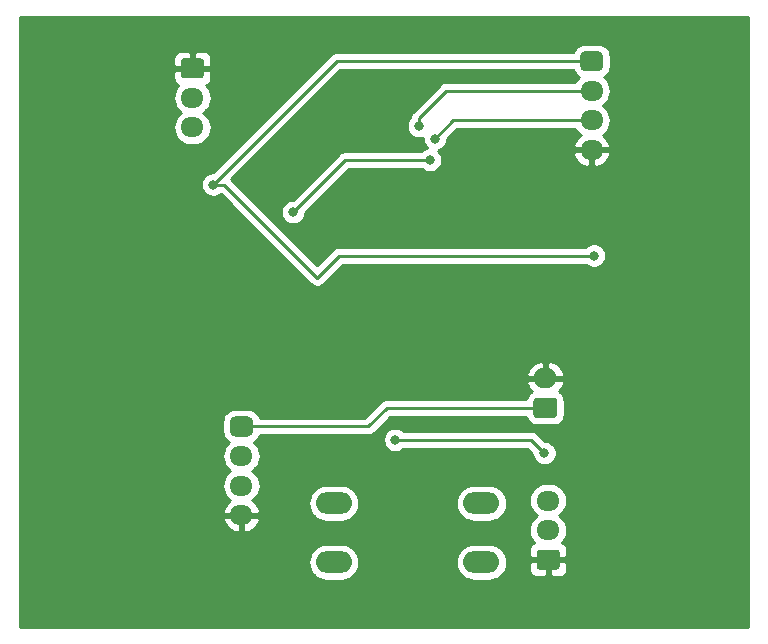
<source format=gbl>
%TF.GenerationSoftware,KiCad,Pcbnew,5.1.7-a382d34a8~88~ubuntu20.04.1*%
%TF.CreationDate,2021-07-04T15:14:18-05:00*%
%TF.ProjectId,led-backlight,6c65642d-6261-4636-9b6c-696768742e6b,rev?*%
%TF.SameCoordinates,Original*%
%TF.FileFunction,Copper,L2,Bot*%
%TF.FilePolarity,Positive*%
%FSLAX46Y46*%
G04 Gerber Fmt 4.6, Leading zero omitted, Abs format (unit mm)*
G04 Created by KiCad (PCBNEW 5.1.7-a382d34a8~88~ubuntu20.04.1) date 2021-07-04 15:14:18*
%MOMM*%
%LPD*%
G01*
G04 APERTURE LIST*
%TA.AperFunction,ComponentPad*%
%ADD10O,2.000000X1.700000*%
%TD*%
%TA.AperFunction,ComponentPad*%
%ADD11O,1.950000X1.700000*%
%TD*%
%TA.AperFunction,ComponentPad*%
%ADD12O,3.048000X1.850000*%
%TD*%
%TA.AperFunction,ViaPad*%
%ADD13C,0.800000*%
%TD*%
%TA.AperFunction,Conductor*%
%ADD14C,0.250000*%
%TD*%
%TA.AperFunction,Conductor*%
%ADD15C,0.254000*%
%TD*%
%TA.AperFunction,Conductor*%
%ADD16C,0.100000*%
%TD*%
G04 APERTURE END LIST*
D10*
%TO.P,J4,2*%
%TO.N,GND*%
X202150000Y-123275000D03*
%TO.P,J4,1*%
%TO.N,+5V*%
%TA.AperFunction,ComponentPad*%
G36*
G01*
X202900100Y-126625000D02*
X201399900Y-126625000D01*
G75*
G02*
X201150000Y-126375100I0J249900D01*
G01*
X201150000Y-125174900D01*
G75*
G02*
X201399900Y-124925000I249900J0D01*
G01*
X202900100Y-124925000D01*
G75*
G02*
X203150000Y-125174900I0J-249900D01*
G01*
X203150000Y-126375100D01*
G75*
G02*
X202900100Y-126625000I-249900J0D01*
G01*
G37*
%TD.AperFunction*%
%TD*%
%TO.P,J3,1*%
%TO.N,+5V*%
%TA.AperFunction,ComponentPad*%
G36*
G01*
X175875000Y-126500000D02*
X176975000Y-126500000D01*
G75*
G02*
X177400000Y-126925000I0J-425000D01*
G01*
X177400000Y-127775000D01*
G75*
G02*
X176975000Y-128200000I-425000J0D01*
G01*
X175875000Y-128200000D01*
G75*
G02*
X175450000Y-127775000I0J425000D01*
G01*
X175450000Y-126925000D01*
G75*
G02*
X175875000Y-126500000I425000J0D01*
G01*
G37*
%TD.AperFunction*%
D11*
%TO.P,J3,2*%
%TO.N,/mcu_board/mode_ref*%
X176425000Y-129850000D03*
%TO.P,J3,3*%
%TO.N,/mcu_board/mode_btn*%
X176425000Y-132350000D03*
%TO.P,J3,4*%
%TO.N,GND*%
X176425000Y-134850000D03*
%TD*%
%TO.P,J2,4*%
%TO.N,+5V*%
%TA.AperFunction,ComponentPad*%
G36*
G01*
X206625000Y-97275000D02*
X205525000Y-97275000D01*
G75*
G02*
X205100000Y-96850000I0J425000D01*
G01*
X205100000Y-96000000D01*
G75*
G02*
X205525000Y-95575000I425000J0D01*
G01*
X206625000Y-95575000D01*
G75*
G02*
X207050000Y-96000000I0J-425000D01*
G01*
X207050000Y-96850000D01*
G75*
G02*
X206625000Y-97275000I-425000J0D01*
G01*
G37*
%TD.AperFunction*%
%TO.P,J2,3*%
%TO.N,/mcu_board/mode_ref*%
X206075000Y-98925000D03*
%TO.P,J2,2*%
%TO.N,/mcu_board/mode_btn*%
X206075000Y-101425000D03*
%TO.P,J2,1*%
%TO.N,GND*%
X206075000Y-103925000D03*
%TD*%
D12*
%TO.P,SW1,2*%
%TO.N,/mcu_board/mode_btn*%
X184250000Y-138850000D03*
%TO.P,SW1,1*%
X184250000Y-133850000D03*
%TO.P,SW1,2*%
X196750000Y-138850000D03*
%TO.P,SW1,1*%
X196750000Y-133850000D03*
%TD*%
D11*
%TO.P,RV1,3*%
%TO.N,/mcu_board/mode_btn*%
X202400000Y-133625000D03*
%TO.P,RV1,2*%
%TO.N,/mcu_board/mode_ref*%
X202400000Y-136125000D03*
%TO.P,RV1,1*%
%TO.N,GND*%
%TA.AperFunction,ComponentPad*%
G36*
G01*
X203125000Y-139475000D02*
X201675000Y-139475000D01*
G75*
G02*
X201425000Y-139225000I0J250000D01*
G01*
X201425000Y-138025000D01*
G75*
G02*
X201675000Y-137775000I250000J0D01*
G01*
X203125000Y-137775000D01*
G75*
G02*
X203375000Y-138025000I0J-250000D01*
G01*
X203375000Y-139225000D01*
G75*
G02*
X203125000Y-139475000I-250000J0D01*
G01*
G37*
%TD.AperFunction*%
%TD*%
%TO.P,J1,3*%
%TO.N,+5V*%
X172275000Y-102025000D03*
%TO.P,J1,2*%
%TO.N,/mcu_board/DataHigh*%
X172275000Y-99525000D03*
%TO.P,J1,1*%
%TO.N,GND*%
%TA.AperFunction,ComponentPad*%
G36*
G01*
X171550000Y-96175000D02*
X173000000Y-96175000D01*
G75*
G02*
X173250000Y-96425000I0J-250000D01*
G01*
X173250000Y-97625000D01*
G75*
G02*
X173000000Y-97875000I-250000J0D01*
G01*
X171550000Y-97875000D01*
G75*
G02*
X171300000Y-97625000I0J250000D01*
G01*
X171300000Y-96425000D01*
G75*
G02*
X171550000Y-96175000I250000J0D01*
G01*
G37*
%TD.AperFunction*%
%TD*%
D13*
%TO.N,GND*%
X168375000Y-111850000D03*
X184500000Y-128725000D03*
X201575000Y-114450000D03*
%TO.N,+5V*%
X202075000Y-129600000D03*
X189450000Y-128475000D03*
X174025000Y-106875000D03*
X206275000Y-112875000D03*
%TO.N,/mcu_board/mode_btn*%
X192825000Y-102975000D03*
%TO.N,/mcu_board/mode_ref*%
X191450000Y-101925000D03*
%TO.N,/mcu_board/DataLow*%
X180800000Y-109200000D03*
X192375000Y-104775000D03*
%TD*%
D14*
%TO.N,+5V*%
X200950000Y-128475000D02*
X189450000Y-128475000D01*
X202075000Y-129600000D02*
X200950000Y-128475000D01*
X184475000Y-96425000D02*
X174025000Y-106875000D01*
X206075000Y-96425000D02*
X184475000Y-96425000D01*
X174025000Y-106875000D02*
X174950000Y-106875000D01*
X174950000Y-106875000D02*
X182825010Y-114750010D01*
X182825010Y-114750010D02*
X182850010Y-114750010D01*
X184725020Y-112875000D02*
X206275000Y-112875000D01*
X182850010Y-114750010D02*
X184725020Y-112875000D01*
X176425000Y-127350000D02*
X187150000Y-127350000D01*
X188725000Y-125775000D02*
X202150000Y-125775000D01*
X187150000Y-127350000D02*
X188725000Y-125775000D01*
%TO.N,/mcu_board/mode_btn*%
X194375000Y-101425000D02*
X192825000Y-102975000D01*
X206075000Y-101425000D02*
X194375000Y-101425000D01*
%TO.N,/mcu_board/mode_ref*%
X191450000Y-101925000D02*
X191450000Y-101250000D01*
X193775000Y-98925000D02*
X206075000Y-98925000D01*
X191450000Y-101250000D02*
X193775000Y-98925000D01*
%TO.N,/mcu_board/DataLow*%
X185225000Y-104775000D02*
X192375000Y-104775000D01*
X180800000Y-109200000D02*
X185225000Y-104775000D01*
%TD*%
D15*
%TO.N,GND*%
X219340000Y-144340000D02*
X157660000Y-144340000D01*
X157660000Y-138850000D01*
X182083452Y-138850000D01*
X182113572Y-139155813D01*
X182202774Y-139449875D01*
X182347631Y-139720883D01*
X182542576Y-139958424D01*
X182780117Y-140153369D01*
X183051125Y-140298226D01*
X183345187Y-140387428D01*
X183574364Y-140410000D01*
X184925636Y-140410000D01*
X185154813Y-140387428D01*
X185448875Y-140298226D01*
X185719883Y-140153369D01*
X185957424Y-139958424D01*
X186152369Y-139720883D01*
X186297226Y-139449875D01*
X186386428Y-139155813D01*
X186416548Y-138850000D01*
X194583452Y-138850000D01*
X194613572Y-139155813D01*
X194702774Y-139449875D01*
X194847631Y-139720883D01*
X195042576Y-139958424D01*
X195280117Y-140153369D01*
X195551125Y-140298226D01*
X195845187Y-140387428D01*
X196074364Y-140410000D01*
X197425636Y-140410000D01*
X197654813Y-140387428D01*
X197948875Y-140298226D01*
X198219883Y-140153369D01*
X198457424Y-139958424D01*
X198652369Y-139720883D01*
X198783796Y-139475000D01*
X200786928Y-139475000D01*
X200799188Y-139599482D01*
X200835498Y-139719180D01*
X200894463Y-139829494D01*
X200973815Y-139926185D01*
X201070506Y-140005537D01*
X201180820Y-140064502D01*
X201300518Y-140100812D01*
X201425000Y-140113072D01*
X202114250Y-140110000D01*
X202273000Y-139951250D01*
X202273000Y-138752000D01*
X202527000Y-138752000D01*
X202527000Y-139951250D01*
X202685750Y-140110000D01*
X203375000Y-140113072D01*
X203499482Y-140100812D01*
X203619180Y-140064502D01*
X203729494Y-140005537D01*
X203826185Y-139926185D01*
X203905537Y-139829494D01*
X203964502Y-139719180D01*
X204000812Y-139599482D01*
X204013072Y-139475000D01*
X204010000Y-138910750D01*
X203851250Y-138752000D01*
X202527000Y-138752000D01*
X202273000Y-138752000D01*
X200948750Y-138752000D01*
X200790000Y-138910750D01*
X200786928Y-139475000D01*
X198783796Y-139475000D01*
X198797226Y-139449875D01*
X198886428Y-139155813D01*
X198916548Y-138850000D01*
X198886428Y-138544187D01*
X198797226Y-138250125D01*
X198652369Y-137979117D01*
X198457424Y-137741576D01*
X198219883Y-137546631D01*
X197948875Y-137401774D01*
X197654813Y-137312572D01*
X197425636Y-137290000D01*
X196074364Y-137290000D01*
X195845187Y-137312572D01*
X195551125Y-137401774D01*
X195280117Y-137546631D01*
X195042576Y-137741576D01*
X194847631Y-137979117D01*
X194702774Y-138250125D01*
X194613572Y-138544187D01*
X194583452Y-138850000D01*
X186416548Y-138850000D01*
X186386428Y-138544187D01*
X186297226Y-138250125D01*
X186152369Y-137979117D01*
X185957424Y-137741576D01*
X185719883Y-137546631D01*
X185448875Y-137401774D01*
X185154813Y-137312572D01*
X184925636Y-137290000D01*
X183574364Y-137290000D01*
X183345187Y-137312572D01*
X183051125Y-137401774D01*
X182780117Y-137546631D01*
X182542576Y-137741576D01*
X182347631Y-137979117D01*
X182202774Y-138250125D01*
X182113572Y-138544187D01*
X182083452Y-138850000D01*
X157660000Y-138850000D01*
X157660000Y-135206890D01*
X174858524Y-135206890D01*
X174950648Y-135469858D01*
X175097504Y-135721193D01*
X175290571Y-135939049D01*
X175522430Y-136115053D01*
X175784170Y-136242442D01*
X176065733Y-136316320D01*
X176298000Y-136176165D01*
X176298000Y-134977000D01*
X176552000Y-134977000D01*
X176552000Y-136176165D01*
X176784267Y-136316320D01*
X177065830Y-136242442D01*
X177327570Y-136115053D01*
X177559429Y-135939049D01*
X177752496Y-135721193D01*
X177899352Y-135469858D01*
X177991476Y-135206890D01*
X177870155Y-134977000D01*
X176552000Y-134977000D01*
X176298000Y-134977000D01*
X174979845Y-134977000D01*
X174858524Y-135206890D01*
X157660000Y-135206890D01*
X157660000Y-129850000D01*
X174807815Y-129850000D01*
X174836487Y-130141111D01*
X174921401Y-130421034D01*
X175059294Y-130679014D01*
X175244866Y-130905134D01*
X175470986Y-131090706D01*
X175488374Y-131100000D01*
X175470986Y-131109294D01*
X175244866Y-131294866D01*
X175059294Y-131520986D01*
X174921401Y-131778966D01*
X174836487Y-132058889D01*
X174807815Y-132350000D01*
X174836487Y-132641111D01*
X174921401Y-132921034D01*
X175059294Y-133179014D01*
X175244866Y-133405134D01*
X175470986Y-133590706D01*
X175496722Y-133604462D01*
X175290571Y-133760951D01*
X175097504Y-133978807D01*
X174950648Y-134230142D01*
X174858524Y-134493110D01*
X174979845Y-134723000D01*
X176298000Y-134723000D01*
X176298000Y-134703000D01*
X176552000Y-134703000D01*
X176552000Y-134723000D01*
X177870155Y-134723000D01*
X177991476Y-134493110D01*
X177899352Y-134230142D01*
X177752496Y-133978807D01*
X177638346Y-133850000D01*
X182083452Y-133850000D01*
X182113572Y-134155813D01*
X182202774Y-134449875D01*
X182347631Y-134720883D01*
X182542576Y-134958424D01*
X182780117Y-135153369D01*
X183051125Y-135298226D01*
X183345187Y-135387428D01*
X183574364Y-135410000D01*
X184925636Y-135410000D01*
X185154813Y-135387428D01*
X185448875Y-135298226D01*
X185719883Y-135153369D01*
X185957424Y-134958424D01*
X186152369Y-134720883D01*
X186297226Y-134449875D01*
X186386428Y-134155813D01*
X186416548Y-133850000D01*
X194583452Y-133850000D01*
X194613572Y-134155813D01*
X194702774Y-134449875D01*
X194847631Y-134720883D01*
X195042576Y-134958424D01*
X195280117Y-135153369D01*
X195551125Y-135298226D01*
X195845187Y-135387428D01*
X196074364Y-135410000D01*
X197425636Y-135410000D01*
X197654813Y-135387428D01*
X197948875Y-135298226D01*
X198219883Y-135153369D01*
X198457424Y-134958424D01*
X198652369Y-134720883D01*
X198797226Y-134449875D01*
X198886428Y-134155813D01*
X198916548Y-133850000D01*
X198894388Y-133625000D01*
X200782815Y-133625000D01*
X200811487Y-133916111D01*
X200896401Y-134196034D01*
X201034294Y-134454014D01*
X201219866Y-134680134D01*
X201445986Y-134865706D01*
X201463374Y-134875000D01*
X201445986Y-134884294D01*
X201219866Y-135069866D01*
X201034294Y-135295986D01*
X200896401Y-135553966D01*
X200811487Y-135833889D01*
X200782815Y-136125000D01*
X200811487Y-136416111D01*
X200896401Y-136696034D01*
X201034294Y-136954014D01*
X201215608Y-137174945D01*
X201180820Y-137185498D01*
X201070506Y-137244463D01*
X200973815Y-137323815D01*
X200894463Y-137420506D01*
X200835498Y-137530820D01*
X200799188Y-137650518D01*
X200786928Y-137775000D01*
X200790000Y-138339250D01*
X200948750Y-138498000D01*
X202273000Y-138498000D01*
X202273000Y-138478000D01*
X202527000Y-138478000D01*
X202527000Y-138498000D01*
X203851250Y-138498000D01*
X204010000Y-138339250D01*
X204013072Y-137775000D01*
X204000812Y-137650518D01*
X203964502Y-137530820D01*
X203905537Y-137420506D01*
X203826185Y-137323815D01*
X203729494Y-137244463D01*
X203619180Y-137185498D01*
X203584392Y-137174945D01*
X203765706Y-136954014D01*
X203903599Y-136696034D01*
X203988513Y-136416111D01*
X204017185Y-136125000D01*
X203988513Y-135833889D01*
X203903599Y-135553966D01*
X203765706Y-135295986D01*
X203580134Y-135069866D01*
X203354014Y-134884294D01*
X203336626Y-134875000D01*
X203354014Y-134865706D01*
X203580134Y-134680134D01*
X203765706Y-134454014D01*
X203903599Y-134196034D01*
X203988513Y-133916111D01*
X204017185Y-133625000D01*
X203988513Y-133333889D01*
X203903599Y-133053966D01*
X203765706Y-132795986D01*
X203580134Y-132569866D01*
X203354014Y-132384294D01*
X203096034Y-132246401D01*
X202816111Y-132161487D01*
X202597950Y-132140000D01*
X202202050Y-132140000D01*
X201983889Y-132161487D01*
X201703966Y-132246401D01*
X201445986Y-132384294D01*
X201219866Y-132569866D01*
X201034294Y-132795986D01*
X200896401Y-133053966D01*
X200811487Y-133333889D01*
X200782815Y-133625000D01*
X198894388Y-133625000D01*
X198886428Y-133544187D01*
X198797226Y-133250125D01*
X198652369Y-132979117D01*
X198457424Y-132741576D01*
X198219883Y-132546631D01*
X197948875Y-132401774D01*
X197654813Y-132312572D01*
X197425636Y-132290000D01*
X196074364Y-132290000D01*
X195845187Y-132312572D01*
X195551125Y-132401774D01*
X195280117Y-132546631D01*
X195042576Y-132741576D01*
X194847631Y-132979117D01*
X194702774Y-133250125D01*
X194613572Y-133544187D01*
X194583452Y-133850000D01*
X186416548Y-133850000D01*
X186386428Y-133544187D01*
X186297226Y-133250125D01*
X186152369Y-132979117D01*
X185957424Y-132741576D01*
X185719883Y-132546631D01*
X185448875Y-132401774D01*
X185154813Y-132312572D01*
X184925636Y-132290000D01*
X183574364Y-132290000D01*
X183345187Y-132312572D01*
X183051125Y-132401774D01*
X182780117Y-132546631D01*
X182542576Y-132741576D01*
X182347631Y-132979117D01*
X182202774Y-133250125D01*
X182113572Y-133544187D01*
X182083452Y-133850000D01*
X177638346Y-133850000D01*
X177559429Y-133760951D01*
X177353278Y-133604462D01*
X177379014Y-133590706D01*
X177605134Y-133405134D01*
X177790706Y-133179014D01*
X177928599Y-132921034D01*
X178013513Y-132641111D01*
X178042185Y-132350000D01*
X178013513Y-132058889D01*
X177928599Y-131778966D01*
X177790706Y-131520986D01*
X177605134Y-131294866D01*
X177379014Y-131109294D01*
X177361626Y-131100000D01*
X177379014Y-131090706D01*
X177605134Y-130905134D01*
X177790706Y-130679014D01*
X177928599Y-130421034D01*
X178013513Y-130141111D01*
X178042185Y-129850000D01*
X178013513Y-129558889D01*
X177928599Y-129278966D01*
X177790706Y-129020986D01*
X177605134Y-128794866D01*
X177489224Y-128699741D01*
X177565611Y-128658912D01*
X177726705Y-128526705D01*
X177852797Y-128373061D01*
X188415000Y-128373061D01*
X188415000Y-128576939D01*
X188454774Y-128776898D01*
X188532795Y-128965256D01*
X188646063Y-129134774D01*
X188790226Y-129278937D01*
X188959744Y-129392205D01*
X189148102Y-129470226D01*
X189348061Y-129510000D01*
X189551939Y-129510000D01*
X189751898Y-129470226D01*
X189940256Y-129392205D01*
X190109774Y-129278937D01*
X190153711Y-129235000D01*
X200635199Y-129235000D01*
X201040000Y-129639802D01*
X201040000Y-129701939D01*
X201079774Y-129901898D01*
X201157795Y-130090256D01*
X201271063Y-130259774D01*
X201415226Y-130403937D01*
X201584744Y-130517205D01*
X201773102Y-130595226D01*
X201973061Y-130635000D01*
X202176939Y-130635000D01*
X202376898Y-130595226D01*
X202565256Y-130517205D01*
X202734774Y-130403937D01*
X202878937Y-130259774D01*
X202992205Y-130090256D01*
X203070226Y-129901898D01*
X203110000Y-129701939D01*
X203110000Y-129498061D01*
X203070226Y-129298102D01*
X202992205Y-129109744D01*
X202878937Y-128940226D01*
X202734774Y-128796063D01*
X202565256Y-128682795D01*
X202376898Y-128604774D01*
X202176939Y-128565000D01*
X202114802Y-128565000D01*
X201513804Y-127964002D01*
X201490001Y-127934999D01*
X201374276Y-127840026D01*
X201242247Y-127769454D01*
X201098986Y-127725997D01*
X200987333Y-127715000D01*
X200987322Y-127715000D01*
X200950000Y-127711324D01*
X200912678Y-127715000D01*
X190153711Y-127715000D01*
X190109774Y-127671063D01*
X189940256Y-127557795D01*
X189751898Y-127479774D01*
X189551939Y-127440000D01*
X189348061Y-127440000D01*
X189148102Y-127479774D01*
X188959744Y-127557795D01*
X188790226Y-127671063D01*
X188646063Y-127815226D01*
X188532795Y-127984744D01*
X188454774Y-128173102D01*
X188415000Y-128373061D01*
X177852797Y-128373061D01*
X177858912Y-128365611D01*
X177957150Y-128181820D01*
X177978936Y-128110000D01*
X187112678Y-128110000D01*
X187150000Y-128113676D01*
X187187322Y-128110000D01*
X187187333Y-128110000D01*
X187298986Y-128099003D01*
X187442247Y-128055546D01*
X187574276Y-127984974D01*
X187690001Y-127890001D01*
X187713804Y-127860997D01*
X189039802Y-126535000D01*
X200527677Y-126535000D01*
X200528990Y-126548335D01*
X200579521Y-126714912D01*
X200661578Y-126868431D01*
X200772009Y-127002991D01*
X200906569Y-127113422D01*
X201060088Y-127195479D01*
X201226665Y-127246010D01*
X201399900Y-127263072D01*
X202900100Y-127263072D01*
X203073335Y-127246010D01*
X203239912Y-127195479D01*
X203393431Y-127113422D01*
X203527991Y-127002991D01*
X203638422Y-126868431D01*
X203720479Y-126714912D01*
X203771010Y-126548335D01*
X203788072Y-126375100D01*
X203788072Y-125174900D01*
X203771010Y-125001665D01*
X203720479Y-124835088D01*
X203638422Y-124681569D01*
X203527991Y-124547009D01*
X203393431Y-124436578D01*
X203291439Y-124382063D01*
X203291795Y-124381802D01*
X203488664Y-124167046D01*
X203639854Y-123918009D01*
X203739554Y-123644261D01*
X203741476Y-123631890D01*
X203620155Y-123402000D01*
X202277000Y-123402000D01*
X202277000Y-123422000D01*
X202023000Y-123422000D01*
X202023000Y-123402000D01*
X200679845Y-123402000D01*
X200558524Y-123631890D01*
X200560446Y-123644261D01*
X200660146Y-123918009D01*
X200811336Y-124167046D01*
X201008205Y-124381802D01*
X201008561Y-124382063D01*
X200906569Y-124436578D01*
X200772009Y-124547009D01*
X200661578Y-124681569D01*
X200579521Y-124835088D01*
X200528990Y-125001665D01*
X200527677Y-125015000D01*
X188762322Y-125015000D01*
X188724999Y-125011324D01*
X188687676Y-125015000D01*
X188687667Y-125015000D01*
X188576014Y-125025997D01*
X188432753Y-125069454D01*
X188300724Y-125140026D01*
X188184999Y-125234999D01*
X188161201Y-125263997D01*
X186835199Y-126590000D01*
X177978936Y-126590000D01*
X177957150Y-126518180D01*
X177858912Y-126334389D01*
X177726705Y-126173295D01*
X177565611Y-126041088D01*
X177381820Y-125942850D01*
X177182395Y-125882355D01*
X176975000Y-125861928D01*
X175875000Y-125861928D01*
X175667605Y-125882355D01*
X175468180Y-125942850D01*
X175284389Y-126041088D01*
X175123295Y-126173295D01*
X174991088Y-126334389D01*
X174892850Y-126518180D01*
X174832355Y-126717605D01*
X174811928Y-126925000D01*
X174811928Y-127775000D01*
X174832355Y-127982395D01*
X174892850Y-128181820D01*
X174991088Y-128365611D01*
X175123295Y-128526705D01*
X175284389Y-128658912D01*
X175360776Y-128699741D01*
X175244866Y-128794866D01*
X175059294Y-129020986D01*
X174921401Y-129278966D01*
X174836487Y-129558889D01*
X174807815Y-129850000D01*
X157660000Y-129850000D01*
X157660000Y-122918110D01*
X200558524Y-122918110D01*
X200679845Y-123148000D01*
X202023000Y-123148000D01*
X202023000Y-121947768D01*
X202277000Y-121947768D01*
X202277000Y-123148000D01*
X203620155Y-123148000D01*
X203741476Y-122918110D01*
X203739554Y-122905739D01*
X203639854Y-122631991D01*
X203488664Y-122382954D01*
X203291795Y-122168198D01*
X203056812Y-121995975D01*
X202792745Y-121872904D01*
X202509742Y-121803715D01*
X202277000Y-121947768D01*
X202023000Y-121947768D01*
X201790258Y-121803715D01*
X201507255Y-121872904D01*
X201243188Y-121995975D01*
X201008205Y-122168198D01*
X200811336Y-122382954D01*
X200660146Y-122631991D01*
X200560446Y-122905739D01*
X200558524Y-122918110D01*
X157660000Y-122918110D01*
X157660000Y-106773061D01*
X172990000Y-106773061D01*
X172990000Y-106976939D01*
X173029774Y-107176898D01*
X173107795Y-107365256D01*
X173221063Y-107534774D01*
X173365226Y-107678937D01*
X173534744Y-107792205D01*
X173723102Y-107870226D01*
X173923061Y-107910000D01*
X174126939Y-107910000D01*
X174326898Y-107870226D01*
X174515256Y-107792205D01*
X174681394Y-107681195D01*
X182261211Y-115261013D01*
X182285009Y-115290011D01*
X182314007Y-115313809D01*
X182400733Y-115384984D01*
X182532763Y-115455556D01*
X182676024Y-115499013D01*
X182787677Y-115510010D01*
X182787687Y-115510010D01*
X182825010Y-115513686D01*
X182837510Y-115512455D01*
X182850010Y-115513686D01*
X182887332Y-115510010D01*
X182887343Y-115510010D01*
X182998996Y-115499013D01*
X183142257Y-115455556D01*
X183274286Y-115384984D01*
X183390011Y-115290011D01*
X183413814Y-115261007D01*
X185039822Y-113635000D01*
X205571289Y-113635000D01*
X205615226Y-113678937D01*
X205784744Y-113792205D01*
X205973102Y-113870226D01*
X206173061Y-113910000D01*
X206376939Y-113910000D01*
X206576898Y-113870226D01*
X206765256Y-113792205D01*
X206934774Y-113678937D01*
X207078937Y-113534774D01*
X207192205Y-113365256D01*
X207270226Y-113176898D01*
X207310000Y-112976939D01*
X207310000Y-112773061D01*
X207270226Y-112573102D01*
X207192205Y-112384744D01*
X207078937Y-112215226D01*
X206934774Y-112071063D01*
X206765256Y-111957795D01*
X206576898Y-111879774D01*
X206376939Y-111840000D01*
X206173061Y-111840000D01*
X205973102Y-111879774D01*
X205784744Y-111957795D01*
X205615226Y-112071063D01*
X205571289Y-112115000D01*
X184762353Y-112115000D01*
X184725020Y-112111323D01*
X184687687Y-112115000D01*
X184576034Y-112125997D01*
X184432773Y-112169454D01*
X184300744Y-112240026D01*
X184185019Y-112334999D01*
X184161221Y-112363997D01*
X182837510Y-113687708D01*
X175562301Y-106412500D01*
X184789802Y-97185000D01*
X204521064Y-97185000D01*
X204542850Y-97256820D01*
X204641088Y-97440611D01*
X204773295Y-97601705D01*
X204934389Y-97733912D01*
X205010776Y-97774741D01*
X204894866Y-97869866D01*
X204709294Y-98095986D01*
X204672405Y-98165000D01*
X193812333Y-98165000D01*
X193775000Y-98161323D01*
X193737667Y-98165000D01*
X193626014Y-98175997D01*
X193482753Y-98219454D01*
X193350724Y-98290026D01*
X193234999Y-98384999D01*
X193211201Y-98413997D01*
X190938998Y-100686201D01*
X190910000Y-100709999D01*
X190886202Y-100738997D01*
X190886201Y-100738998D01*
X190815026Y-100825724D01*
X190744454Y-100957754D01*
X190735124Y-100988513D01*
X190700997Y-101101014D01*
X190690000Y-101212667D01*
X190690000Y-101212678D01*
X190689059Y-101222230D01*
X190646063Y-101265226D01*
X190532795Y-101434744D01*
X190454774Y-101623102D01*
X190415000Y-101823061D01*
X190415000Y-102026939D01*
X190454774Y-102226898D01*
X190532795Y-102415256D01*
X190646063Y-102584774D01*
X190790226Y-102728937D01*
X190959744Y-102842205D01*
X191148102Y-102920226D01*
X191348061Y-102960000D01*
X191551939Y-102960000D01*
X191751898Y-102920226D01*
X191790000Y-102904444D01*
X191790000Y-103076939D01*
X191829774Y-103276898D01*
X191907795Y-103465256D01*
X192021063Y-103634774D01*
X192150640Y-103764351D01*
X192073102Y-103779774D01*
X191884744Y-103857795D01*
X191715226Y-103971063D01*
X191671289Y-104015000D01*
X185262322Y-104015000D01*
X185224999Y-104011324D01*
X185187677Y-104015000D01*
X185187667Y-104015000D01*
X185076014Y-104025997D01*
X184932753Y-104069454D01*
X184800723Y-104140026D01*
X184717083Y-104208668D01*
X184684999Y-104234999D01*
X184661201Y-104263997D01*
X180760199Y-108165000D01*
X180698061Y-108165000D01*
X180498102Y-108204774D01*
X180309744Y-108282795D01*
X180140226Y-108396063D01*
X179996063Y-108540226D01*
X179882795Y-108709744D01*
X179804774Y-108898102D01*
X179765000Y-109098061D01*
X179765000Y-109301939D01*
X179804774Y-109501898D01*
X179882795Y-109690256D01*
X179996063Y-109859774D01*
X180140226Y-110003937D01*
X180309744Y-110117205D01*
X180498102Y-110195226D01*
X180698061Y-110235000D01*
X180901939Y-110235000D01*
X181101898Y-110195226D01*
X181290256Y-110117205D01*
X181459774Y-110003937D01*
X181603937Y-109859774D01*
X181717205Y-109690256D01*
X181795226Y-109501898D01*
X181835000Y-109301939D01*
X181835000Y-109239801D01*
X185539802Y-105535000D01*
X191671289Y-105535000D01*
X191715226Y-105578937D01*
X191884744Y-105692205D01*
X192073102Y-105770226D01*
X192273061Y-105810000D01*
X192476939Y-105810000D01*
X192676898Y-105770226D01*
X192865256Y-105692205D01*
X193034774Y-105578937D01*
X193178937Y-105434774D01*
X193292205Y-105265256D01*
X193370226Y-105076898D01*
X193410000Y-104876939D01*
X193410000Y-104673061D01*
X193370226Y-104473102D01*
X193292205Y-104284744D01*
X193290299Y-104281890D01*
X204508524Y-104281890D01*
X204600648Y-104544858D01*
X204747504Y-104796193D01*
X204940571Y-105014049D01*
X205172430Y-105190053D01*
X205434170Y-105317442D01*
X205715733Y-105391320D01*
X205948000Y-105251165D01*
X205948000Y-104052000D01*
X206202000Y-104052000D01*
X206202000Y-105251165D01*
X206434267Y-105391320D01*
X206715830Y-105317442D01*
X206977570Y-105190053D01*
X207209429Y-105014049D01*
X207402496Y-104796193D01*
X207549352Y-104544858D01*
X207641476Y-104281890D01*
X207520155Y-104052000D01*
X206202000Y-104052000D01*
X205948000Y-104052000D01*
X204629845Y-104052000D01*
X204508524Y-104281890D01*
X193290299Y-104281890D01*
X193178937Y-104115226D01*
X193049360Y-103985649D01*
X193126898Y-103970226D01*
X193315256Y-103892205D01*
X193484774Y-103778937D01*
X193628937Y-103634774D01*
X193742205Y-103465256D01*
X193820226Y-103276898D01*
X193860000Y-103076939D01*
X193860000Y-103014801D01*
X194689802Y-102185000D01*
X204672405Y-102185000D01*
X204709294Y-102254014D01*
X204894866Y-102480134D01*
X205120986Y-102665706D01*
X205146722Y-102679462D01*
X204940571Y-102835951D01*
X204747504Y-103053807D01*
X204600648Y-103305142D01*
X204508524Y-103568110D01*
X204629845Y-103798000D01*
X205948000Y-103798000D01*
X205948000Y-103778000D01*
X206202000Y-103778000D01*
X206202000Y-103798000D01*
X207520155Y-103798000D01*
X207641476Y-103568110D01*
X207549352Y-103305142D01*
X207402496Y-103053807D01*
X207209429Y-102835951D01*
X207003278Y-102679462D01*
X207029014Y-102665706D01*
X207255134Y-102480134D01*
X207440706Y-102254014D01*
X207578599Y-101996034D01*
X207663513Y-101716111D01*
X207692185Y-101425000D01*
X207663513Y-101133889D01*
X207578599Y-100853966D01*
X207440706Y-100595986D01*
X207255134Y-100369866D01*
X207029014Y-100184294D01*
X207011626Y-100175000D01*
X207029014Y-100165706D01*
X207255134Y-99980134D01*
X207440706Y-99754014D01*
X207578599Y-99496034D01*
X207663513Y-99216111D01*
X207692185Y-98925000D01*
X207663513Y-98633889D01*
X207578599Y-98353966D01*
X207440706Y-98095986D01*
X207255134Y-97869866D01*
X207139224Y-97774741D01*
X207215611Y-97733912D01*
X207376705Y-97601705D01*
X207508912Y-97440611D01*
X207607150Y-97256820D01*
X207667645Y-97057395D01*
X207688072Y-96850000D01*
X207688072Y-96000000D01*
X207667645Y-95792605D01*
X207607150Y-95593180D01*
X207508912Y-95409389D01*
X207376705Y-95248295D01*
X207215611Y-95116088D01*
X207031820Y-95017850D01*
X206832395Y-94957355D01*
X206625000Y-94936928D01*
X205525000Y-94936928D01*
X205317605Y-94957355D01*
X205118180Y-95017850D01*
X204934389Y-95116088D01*
X204773295Y-95248295D01*
X204641088Y-95409389D01*
X204542850Y-95593180D01*
X204521064Y-95665000D01*
X184512325Y-95665000D01*
X184475000Y-95661324D01*
X184437675Y-95665000D01*
X184437667Y-95665000D01*
X184326014Y-95675997D01*
X184182753Y-95719454D01*
X184050724Y-95790026D01*
X183934999Y-95884999D01*
X183911201Y-95913997D01*
X173985199Y-105840000D01*
X173923061Y-105840000D01*
X173723102Y-105879774D01*
X173534744Y-105957795D01*
X173365226Y-106071063D01*
X173221063Y-106215226D01*
X173107795Y-106384744D01*
X173029774Y-106573102D01*
X172990000Y-106773061D01*
X157660000Y-106773061D01*
X157660000Y-99525000D01*
X170657815Y-99525000D01*
X170686487Y-99816111D01*
X170771401Y-100096034D01*
X170909294Y-100354014D01*
X171094866Y-100580134D01*
X171320986Y-100765706D01*
X171338374Y-100775000D01*
X171320986Y-100784294D01*
X171094866Y-100969866D01*
X170909294Y-101195986D01*
X170771401Y-101453966D01*
X170686487Y-101733889D01*
X170657815Y-102025000D01*
X170686487Y-102316111D01*
X170771401Y-102596034D01*
X170909294Y-102854014D01*
X171094866Y-103080134D01*
X171320986Y-103265706D01*
X171578966Y-103403599D01*
X171858889Y-103488513D01*
X172077050Y-103510000D01*
X172472950Y-103510000D01*
X172691111Y-103488513D01*
X172971034Y-103403599D01*
X173229014Y-103265706D01*
X173455134Y-103080134D01*
X173640706Y-102854014D01*
X173778599Y-102596034D01*
X173863513Y-102316111D01*
X173892185Y-102025000D01*
X173863513Y-101733889D01*
X173778599Y-101453966D01*
X173640706Y-101195986D01*
X173455134Y-100969866D01*
X173229014Y-100784294D01*
X173211626Y-100775000D01*
X173229014Y-100765706D01*
X173455134Y-100580134D01*
X173640706Y-100354014D01*
X173778599Y-100096034D01*
X173863513Y-99816111D01*
X173892185Y-99525000D01*
X173863513Y-99233889D01*
X173778599Y-98953966D01*
X173640706Y-98695986D01*
X173459392Y-98475055D01*
X173494180Y-98464502D01*
X173604494Y-98405537D01*
X173701185Y-98326185D01*
X173780537Y-98229494D01*
X173839502Y-98119180D01*
X173875812Y-97999482D01*
X173888072Y-97875000D01*
X173885000Y-97310750D01*
X173726250Y-97152000D01*
X172402000Y-97152000D01*
X172402000Y-97172000D01*
X172148000Y-97172000D01*
X172148000Y-97152000D01*
X170823750Y-97152000D01*
X170665000Y-97310750D01*
X170661928Y-97875000D01*
X170674188Y-97999482D01*
X170710498Y-98119180D01*
X170769463Y-98229494D01*
X170848815Y-98326185D01*
X170945506Y-98405537D01*
X171055820Y-98464502D01*
X171090608Y-98475055D01*
X170909294Y-98695986D01*
X170771401Y-98953966D01*
X170686487Y-99233889D01*
X170657815Y-99525000D01*
X157660000Y-99525000D01*
X157660000Y-96175000D01*
X170661928Y-96175000D01*
X170665000Y-96739250D01*
X170823750Y-96898000D01*
X172148000Y-96898000D01*
X172148000Y-95698750D01*
X172402000Y-95698750D01*
X172402000Y-96898000D01*
X173726250Y-96898000D01*
X173885000Y-96739250D01*
X173888072Y-96175000D01*
X173875812Y-96050518D01*
X173839502Y-95930820D01*
X173780537Y-95820506D01*
X173701185Y-95723815D01*
X173604494Y-95644463D01*
X173494180Y-95585498D01*
X173374482Y-95549188D01*
X173250000Y-95536928D01*
X172560750Y-95540000D01*
X172402000Y-95698750D01*
X172148000Y-95698750D01*
X171989250Y-95540000D01*
X171300000Y-95536928D01*
X171175518Y-95549188D01*
X171055820Y-95585498D01*
X170945506Y-95644463D01*
X170848815Y-95723815D01*
X170769463Y-95820506D01*
X170710498Y-95930820D01*
X170674188Y-96050518D01*
X170661928Y-96175000D01*
X157660000Y-96175000D01*
X157660000Y-92660000D01*
X219340001Y-92660000D01*
X219340000Y-144340000D01*
%TA.AperFunction,Conductor*%
D16*
G36*
X219340000Y-144340000D02*
G01*
X157660000Y-144340000D01*
X157660000Y-138850000D01*
X182083452Y-138850000D01*
X182113572Y-139155813D01*
X182202774Y-139449875D01*
X182347631Y-139720883D01*
X182542576Y-139958424D01*
X182780117Y-140153369D01*
X183051125Y-140298226D01*
X183345187Y-140387428D01*
X183574364Y-140410000D01*
X184925636Y-140410000D01*
X185154813Y-140387428D01*
X185448875Y-140298226D01*
X185719883Y-140153369D01*
X185957424Y-139958424D01*
X186152369Y-139720883D01*
X186297226Y-139449875D01*
X186386428Y-139155813D01*
X186416548Y-138850000D01*
X194583452Y-138850000D01*
X194613572Y-139155813D01*
X194702774Y-139449875D01*
X194847631Y-139720883D01*
X195042576Y-139958424D01*
X195280117Y-140153369D01*
X195551125Y-140298226D01*
X195845187Y-140387428D01*
X196074364Y-140410000D01*
X197425636Y-140410000D01*
X197654813Y-140387428D01*
X197948875Y-140298226D01*
X198219883Y-140153369D01*
X198457424Y-139958424D01*
X198652369Y-139720883D01*
X198783796Y-139475000D01*
X200786928Y-139475000D01*
X200799188Y-139599482D01*
X200835498Y-139719180D01*
X200894463Y-139829494D01*
X200973815Y-139926185D01*
X201070506Y-140005537D01*
X201180820Y-140064502D01*
X201300518Y-140100812D01*
X201425000Y-140113072D01*
X202114250Y-140110000D01*
X202273000Y-139951250D01*
X202273000Y-138752000D01*
X202527000Y-138752000D01*
X202527000Y-139951250D01*
X202685750Y-140110000D01*
X203375000Y-140113072D01*
X203499482Y-140100812D01*
X203619180Y-140064502D01*
X203729494Y-140005537D01*
X203826185Y-139926185D01*
X203905537Y-139829494D01*
X203964502Y-139719180D01*
X204000812Y-139599482D01*
X204013072Y-139475000D01*
X204010000Y-138910750D01*
X203851250Y-138752000D01*
X202527000Y-138752000D01*
X202273000Y-138752000D01*
X200948750Y-138752000D01*
X200790000Y-138910750D01*
X200786928Y-139475000D01*
X198783796Y-139475000D01*
X198797226Y-139449875D01*
X198886428Y-139155813D01*
X198916548Y-138850000D01*
X198886428Y-138544187D01*
X198797226Y-138250125D01*
X198652369Y-137979117D01*
X198457424Y-137741576D01*
X198219883Y-137546631D01*
X197948875Y-137401774D01*
X197654813Y-137312572D01*
X197425636Y-137290000D01*
X196074364Y-137290000D01*
X195845187Y-137312572D01*
X195551125Y-137401774D01*
X195280117Y-137546631D01*
X195042576Y-137741576D01*
X194847631Y-137979117D01*
X194702774Y-138250125D01*
X194613572Y-138544187D01*
X194583452Y-138850000D01*
X186416548Y-138850000D01*
X186386428Y-138544187D01*
X186297226Y-138250125D01*
X186152369Y-137979117D01*
X185957424Y-137741576D01*
X185719883Y-137546631D01*
X185448875Y-137401774D01*
X185154813Y-137312572D01*
X184925636Y-137290000D01*
X183574364Y-137290000D01*
X183345187Y-137312572D01*
X183051125Y-137401774D01*
X182780117Y-137546631D01*
X182542576Y-137741576D01*
X182347631Y-137979117D01*
X182202774Y-138250125D01*
X182113572Y-138544187D01*
X182083452Y-138850000D01*
X157660000Y-138850000D01*
X157660000Y-135206890D01*
X174858524Y-135206890D01*
X174950648Y-135469858D01*
X175097504Y-135721193D01*
X175290571Y-135939049D01*
X175522430Y-136115053D01*
X175784170Y-136242442D01*
X176065733Y-136316320D01*
X176298000Y-136176165D01*
X176298000Y-134977000D01*
X176552000Y-134977000D01*
X176552000Y-136176165D01*
X176784267Y-136316320D01*
X177065830Y-136242442D01*
X177327570Y-136115053D01*
X177559429Y-135939049D01*
X177752496Y-135721193D01*
X177899352Y-135469858D01*
X177991476Y-135206890D01*
X177870155Y-134977000D01*
X176552000Y-134977000D01*
X176298000Y-134977000D01*
X174979845Y-134977000D01*
X174858524Y-135206890D01*
X157660000Y-135206890D01*
X157660000Y-129850000D01*
X174807815Y-129850000D01*
X174836487Y-130141111D01*
X174921401Y-130421034D01*
X175059294Y-130679014D01*
X175244866Y-130905134D01*
X175470986Y-131090706D01*
X175488374Y-131100000D01*
X175470986Y-131109294D01*
X175244866Y-131294866D01*
X175059294Y-131520986D01*
X174921401Y-131778966D01*
X174836487Y-132058889D01*
X174807815Y-132350000D01*
X174836487Y-132641111D01*
X174921401Y-132921034D01*
X175059294Y-133179014D01*
X175244866Y-133405134D01*
X175470986Y-133590706D01*
X175496722Y-133604462D01*
X175290571Y-133760951D01*
X175097504Y-133978807D01*
X174950648Y-134230142D01*
X174858524Y-134493110D01*
X174979845Y-134723000D01*
X176298000Y-134723000D01*
X176298000Y-134703000D01*
X176552000Y-134703000D01*
X176552000Y-134723000D01*
X177870155Y-134723000D01*
X177991476Y-134493110D01*
X177899352Y-134230142D01*
X177752496Y-133978807D01*
X177638346Y-133850000D01*
X182083452Y-133850000D01*
X182113572Y-134155813D01*
X182202774Y-134449875D01*
X182347631Y-134720883D01*
X182542576Y-134958424D01*
X182780117Y-135153369D01*
X183051125Y-135298226D01*
X183345187Y-135387428D01*
X183574364Y-135410000D01*
X184925636Y-135410000D01*
X185154813Y-135387428D01*
X185448875Y-135298226D01*
X185719883Y-135153369D01*
X185957424Y-134958424D01*
X186152369Y-134720883D01*
X186297226Y-134449875D01*
X186386428Y-134155813D01*
X186416548Y-133850000D01*
X194583452Y-133850000D01*
X194613572Y-134155813D01*
X194702774Y-134449875D01*
X194847631Y-134720883D01*
X195042576Y-134958424D01*
X195280117Y-135153369D01*
X195551125Y-135298226D01*
X195845187Y-135387428D01*
X196074364Y-135410000D01*
X197425636Y-135410000D01*
X197654813Y-135387428D01*
X197948875Y-135298226D01*
X198219883Y-135153369D01*
X198457424Y-134958424D01*
X198652369Y-134720883D01*
X198797226Y-134449875D01*
X198886428Y-134155813D01*
X198916548Y-133850000D01*
X198894388Y-133625000D01*
X200782815Y-133625000D01*
X200811487Y-133916111D01*
X200896401Y-134196034D01*
X201034294Y-134454014D01*
X201219866Y-134680134D01*
X201445986Y-134865706D01*
X201463374Y-134875000D01*
X201445986Y-134884294D01*
X201219866Y-135069866D01*
X201034294Y-135295986D01*
X200896401Y-135553966D01*
X200811487Y-135833889D01*
X200782815Y-136125000D01*
X200811487Y-136416111D01*
X200896401Y-136696034D01*
X201034294Y-136954014D01*
X201215608Y-137174945D01*
X201180820Y-137185498D01*
X201070506Y-137244463D01*
X200973815Y-137323815D01*
X200894463Y-137420506D01*
X200835498Y-137530820D01*
X200799188Y-137650518D01*
X200786928Y-137775000D01*
X200790000Y-138339250D01*
X200948750Y-138498000D01*
X202273000Y-138498000D01*
X202273000Y-138478000D01*
X202527000Y-138478000D01*
X202527000Y-138498000D01*
X203851250Y-138498000D01*
X204010000Y-138339250D01*
X204013072Y-137775000D01*
X204000812Y-137650518D01*
X203964502Y-137530820D01*
X203905537Y-137420506D01*
X203826185Y-137323815D01*
X203729494Y-137244463D01*
X203619180Y-137185498D01*
X203584392Y-137174945D01*
X203765706Y-136954014D01*
X203903599Y-136696034D01*
X203988513Y-136416111D01*
X204017185Y-136125000D01*
X203988513Y-135833889D01*
X203903599Y-135553966D01*
X203765706Y-135295986D01*
X203580134Y-135069866D01*
X203354014Y-134884294D01*
X203336626Y-134875000D01*
X203354014Y-134865706D01*
X203580134Y-134680134D01*
X203765706Y-134454014D01*
X203903599Y-134196034D01*
X203988513Y-133916111D01*
X204017185Y-133625000D01*
X203988513Y-133333889D01*
X203903599Y-133053966D01*
X203765706Y-132795986D01*
X203580134Y-132569866D01*
X203354014Y-132384294D01*
X203096034Y-132246401D01*
X202816111Y-132161487D01*
X202597950Y-132140000D01*
X202202050Y-132140000D01*
X201983889Y-132161487D01*
X201703966Y-132246401D01*
X201445986Y-132384294D01*
X201219866Y-132569866D01*
X201034294Y-132795986D01*
X200896401Y-133053966D01*
X200811487Y-133333889D01*
X200782815Y-133625000D01*
X198894388Y-133625000D01*
X198886428Y-133544187D01*
X198797226Y-133250125D01*
X198652369Y-132979117D01*
X198457424Y-132741576D01*
X198219883Y-132546631D01*
X197948875Y-132401774D01*
X197654813Y-132312572D01*
X197425636Y-132290000D01*
X196074364Y-132290000D01*
X195845187Y-132312572D01*
X195551125Y-132401774D01*
X195280117Y-132546631D01*
X195042576Y-132741576D01*
X194847631Y-132979117D01*
X194702774Y-133250125D01*
X194613572Y-133544187D01*
X194583452Y-133850000D01*
X186416548Y-133850000D01*
X186386428Y-133544187D01*
X186297226Y-133250125D01*
X186152369Y-132979117D01*
X185957424Y-132741576D01*
X185719883Y-132546631D01*
X185448875Y-132401774D01*
X185154813Y-132312572D01*
X184925636Y-132290000D01*
X183574364Y-132290000D01*
X183345187Y-132312572D01*
X183051125Y-132401774D01*
X182780117Y-132546631D01*
X182542576Y-132741576D01*
X182347631Y-132979117D01*
X182202774Y-133250125D01*
X182113572Y-133544187D01*
X182083452Y-133850000D01*
X177638346Y-133850000D01*
X177559429Y-133760951D01*
X177353278Y-133604462D01*
X177379014Y-133590706D01*
X177605134Y-133405134D01*
X177790706Y-133179014D01*
X177928599Y-132921034D01*
X178013513Y-132641111D01*
X178042185Y-132350000D01*
X178013513Y-132058889D01*
X177928599Y-131778966D01*
X177790706Y-131520986D01*
X177605134Y-131294866D01*
X177379014Y-131109294D01*
X177361626Y-131100000D01*
X177379014Y-131090706D01*
X177605134Y-130905134D01*
X177790706Y-130679014D01*
X177928599Y-130421034D01*
X178013513Y-130141111D01*
X178042185Y-129850000D01*
X178013513Y-129558889D01*
X177928599Y-129278966D01*
X177790706Y-129020986D01*
X177605134Y-128794866D01*
X177489224Y-128699741D01*
X177565611Y-128658912D01*
X177726705Y-128526705D01*
X177852797Y-128373061D01*
X188415000Y-128373061D01*
X188415000Y-128576939D01*
X188454774Y-128776898D01*
X188532795Y-128965256D01*
X188646063Y-129134774D01*
X188790226Y-129278937D01*
X188959744Y-129392205D01*
X189148102Y-129470226D01*
X189348061Y-129510000D01*
X189551939Y-129510000D01*
X189751898Y-129470226D01*
X189940256Y-129392205D01*
X190109774Y-129278937D01*
X190153711Y-129235000D01*
X200635199Y-129235000D01*
X201040000Y-129639802D01*
X201040000Y-129701939D01*
X201079774Y-129901898D01*
X201157795Y-130090256D01*
X201271063Y-130259774D01*
X201415226Y-130403937D01*
X201584744Y-130517205D01*
X201773102Y-130595226D01*
X201973061Y-130635000D01*
X202176939Y-130635000D01*
X202376898Y-130595226D01*
X202565256Y-130517205D01*
X202734774Y-130403937D01*
X202878937Y-130259774D01*
X202992205Y-130090256D01*
X203070226Y-129901898D01*
X203110000Y-129701939D01*
X203110000Y-129498061D01*
X203070226Y-129298102D01*
X202992205Y-129109744D01*
X202878937Y-128940226D01*
X202734774Y-128796063D01*
X202565256Y-128682795D01*
X202376898Y-128604774D01*
X202176939Y-128565000D01*
X202114802Y-128565000D01*
X201513804Y-127964002D01*
X201490001Y-127934999D01*
X201374276Y-127840026D01*
X201242247Y-127769454D01*
X201098986Y-127725997D01*
X200987333Y-127715000D01*
X200987322Y-127715000D01*
X200950000Y-127711324D01*
X200912678Y-127715000D01*
X190153711Y-127715000D01*
X190109774Y-127671063D01*
X189940256Y-127557795D01*
X189751898Y-127479774D01*
X189551939Y-127440000D01*
X189348061Y-127440000D01*
X189148102Y-127479774D01*
X188959744Y-127557795D01*
X188790226Y-127671063D01*
X188646063Y-127815226D01*
X188532795Y-127984744D01*
X188454774Y-128173102D01*
X188415000Y-128373061D01*
X177852797Y-128373061D01*
X177858912Y-128365611D01*
X177957150Y-128181820D01*
X177978936Y-128110000D01*
X187112678Y-128110000D01*
X187150000Y-128113676D01*
X187187322Y-128110000D01*
X187187333Y-128110000D01*
X187298986Y-128099003D01*
X187442247Y-128055546D01*
X187574276Y-127984974D01*
X187690001Y-127890001D01*
X187713804Y-127860997D01*
X189039802Y-126535000D01*
X200527677Y-126535000D01*
X200528990Y-126548335D01*
X200579521Y-126714912D01*
X200661578Y-126868431D01*
X200772009Y-127002991D01*
X200906569Y-127113422D01*
X201060088Y-127195479D01*
X201226665Y-127246010D01*
X201399900Y-127263072D01*
X202900100Y-127263072D01*
X203073335Y-127246010D01*
X203239912Y-127195479D01*
X203393431Y-127113422D01*
X203527991Y-127002991D01*
X203638422Y-126868431D01*
X203720479Y-126714912D01*
X203771010Y-126548335D01*
X203788072Y-126375100D01*
X203788072Y-125174900D01*
X203771010Y-125001665D01*
X203720479Y-124835088D01*
X203638422Y-124681569D01*
X203527991Y-124547009D01*
X203393431Y-124436578D01*
X203291439Y-124382063D01*
X203291795Y-124381802D01*
X203488664Y-124167046D01*
X203639854Y-123918009D01*
X203739554Y-123644261D01*
X203741476Y-123631890D01*
X203620155Y-123402000D01*
X202277000Y-123402000D01*
X202277000Y-123422000D01*
X202023000Y-123422000D01*
X202023000Y-123402000D01*
X200679845Y-123402000D01*
X200558524Y-123631890D01*
X200560446Y-123644261D01*
X200660146Y-123918009D01*
X200811336Y-124167046D01*
X201008205Y-124381802D01*
X201008561Y-124382063D01*
X200906569Y-124436578D01*
X200772009Y-124547009D01*
X200661578Y-124681569D01*
X200579521Y-124835088D01*
X200528990Y-125001665D01*
X200527677Y-125015000D01*
X188762322Y-125015000D01*
X188724999Y-125011324D01*
X188687676Y-125015000D01*
X188687667Y-125015000D01*
X188576014Y-125025997D01*
X188432753Y-125069454D01*
X188300724Y-125140026D01*
X188184999Y-125234999D01*
X188161201Y-125263997D01*
X186835199Y-126590000D01*
X177978936Y-126590000D01*
X177957150Y-126518180D01*
X177858912Y-126334389D01*
X177726705Y-126173295D01*
X177565611Y-126041088D01*
X177381820Y-125942850D01*
X177182395Y-125882355D01*
X176975000Y-125861928D01*
X175875000Y-125861928D01*
X175667605Y-125882355D01*
X175468180Y-125942850D01*
X175284389Y-126041088D01*
X175123295Y-126173295D01*
X174991088Y-126334389D01*
X174892850Y-126518180D01*
X174832355Y-126717605D01*
X174811928Y-126925000D01*
X174811928Y-127775000D01*
X174832355Y-127982395D01*
X174892850Y-128181820D01*
X174991088Y-128365611D01*
X175123295Y-128526705D01*
X175284389Y-128658912D01*
X175360776Y-128699741D01*
X175244866Y-128794866D01*
X175059294Y-129020986D01*
X174921401Y-129278966D01*
X174836487Y-129558889D01*
X174807815Y-129850000D01*
X157660000Y-129850000D01*
X157660000Y-122918110D01*
X200558524Y-122918110D01*
X200679845Y-123148000D01*
X202023000Y-123148000D01*
X202023000Y-121947768D01*
X202277000Y-121947768D01*
X202277000Y-123148000D01*
X203620155Y-123148000D01*
X203741476Y-122918110D01*
X203739554Y-122905739D01*
X203639854Y-122631991D01*
X203488664Y-122382954D01*
X203291795Y-122168198D01*
X203056812Y-121995975D01*
X202792745Y-121872904D01*
X202509742Y-121803715D01*
X202277000Y-121947768D01*
X202023000Y-121947768D01*
X201790258Y-121803715D01*
X201507255Y-121872904D01*
X201243188Y-121995975D01*
X201008205Y-122168198D01*
X200811336Y-122382954D01*
X200660146Y-122631991D01*
X200560446Y-122905739D01*
X200558524Y-122918110D01*
X157660000Y-122918110D01*
X157660000Y-106773061D01*
X172990000Y-106773061D01*
X172990000Y-106976939D01*
X173029774Y-107176898D01*
X173107795Y-107365256D01*
X173221063Y-107534774D01*
X173365226Y-107678937D01*
X173534744Y-107792205D01*
X173723102Y-107870226D01*
X173923061Y-107910000D01*
X174126939Y-107910000D01*
X174326898Y-107870226D01*
X174515256Y-107792205D01*
X174681394Y-107681195D01*
X182261211Y-115261013D01*
X182285009Y-115290011D01*
X182314007Y-115313809D01*
X182400733Y-115384984D01*
X182532763Y-115455556D01*
X182676024Y-115499013D01*
X182787677Y-115510010D01*
X182787687Y-115510010D01*
X182825010Y-115513686D01*
X182837510Y-115512455D01*
X182850010Y-115513686D01*
X182887332Y-115510010D01*
X182887343Y-115510010D01*
X182998996Y-115499013D01*
X183142257Y-115455556D01*
X183274286Y-115384984D01*
X183390011Y-115290011D01*
X183413814Y-115261007D01*
X185039822Y-113635000D01*
X205571289Y-113635000D01*
X205615226Y-113678937D01*
X205784744Y-113792205D01*
X205973102Y-113870226D01*
X206173061Y-113910000D01*
X206376939Y-113910000D01*
X206576898Y-113870226D01*
X206765256Y-113792205D01*
X206934774Y-113678937D01*
X207078937Y-113534774D01*
X207192205Y-113365256D01*
X207270226Y-113176898D01*
X207310000Y-112976939D01*
X207310000Y-112773061D01*
X207270226Y-112573102D01*
X207192205Y-112384744D01*
X207078937Y-112215226D01*
X206934774Y-112071063D01*
X206765256Y-111957795D01*
X206576898Y-111879774D01*
X206376939Y-111840000D01*
X206173061Y-111840000D01*
X205973102Y-111879774D01*
X205784744Y-111957795D01*
X205615226Y-112071063D01*
X205571289Y-112115000D01*
X184762353Y-112115000D01*
X184725020Y-112111323D01*
X184687687Y-112115000D01*
X184576034Y-112125997D01*
X184432773Y-112169454D01*
X184300744Y-112240026D01*
X184185019Y-112334999D01*
X184161221Y-112363997D01*
X182837510Y-113687708D01*
X175562301Y-106412500D01*
X184789802Y-97185000D01*
X204521064Y-97185000D01*
X204542850Y-97256820D01*
X204641088Y-97440611D01*
X204773295Y-97601705D01*
X204934389Y-97733912D01*
X205010776Y-97774741D01*
X204894866Y-97869866D01*
X204709294Y-98095986D01*
X204672405Y-98165000D01*
X193812333Y-98165000D01*
X193775000Y-98161323D01*
X193737667Y-98165000D01*
X193626014Y-98175997D01*
X193482753Y-98219454D01*
X193350724Y-98290026D01*
X193234999Y-98384999D01*
X193211201Y-98413997D01*
X190938998Y-100686201D01*
X190910000Y-100709999D01*
X190886202Y-100738997D01*
X190886201Y-100738998D01*
X190815026Y-100825724D01*
X190744454Y-100957754D01*
X190735124Y-100988513D01*
X190700997Y-101101014D01*
X190690000Y-101212667D01*
X190690000Y-101212678D01*
X190689059Y-101222230D01*
X190646063Y-101265226D01*
X190532795Y-101434744D01*
X190454774Y-101623102D01*
X190415000Y-101823061D01*
X190415000Y-102026939D01*
X190454774Y-102226898D01*
X190532795Y-102415256D01*
X190646063Y-102584774D01*
X190790226Y-102728937D01*
X190959744Y-102842205D01*
X191148102Y-102920226D01*
X191348061Y-102960000D01*
X191551939Y-102960000D01*
X191751898Y-102920226D01*
X191790000Y-102904444D01*
X191790000Y-103076939D01*
X191829774Y-103276898D01*
X191907795Y-103465256D01*
X192021063Y-103634774D01*
X192150640Y-103764351D01*
X192073102Y-103779774D01*
X191884744Y-103857795D01*
X191715226Y-103971063D01*
X191671289Y-104015000D01*
X185262322Y-104015000D01*
X185224999Y-104011324D01*
X185187677Y-104015000D01*
X185187667Y-104015000D01*
X185076014Y-104025997D01*
X184932753Y-104069454D01*
X184800723Y-104140026D01*
X184717083Y-104208668D01*
X184684999Y-104234999D01*
X184661201Y-104263997D01*
X180760199Y-108165000D01*
X180698061Y-108165000D01*
X180498102Y-108204774D01*
X180309744Y-108282795D01*
X180140226Y-108396063D01*
X179996063Y-108540226D01*
X179882795Y-108709744D01*
X179804774Y-108898102D01*
X179765000Y-109098061D01*
X179765000Y-109301939D01*
X179804774Y-109501898D01*
X179882795Y-109690256D01*
X179996063Y-109859774D01*
X180140226Y-110003937D01*
X180309744Y-110117205D01*
X180498102Y-110195226D01*
X180698061Y-110235000D01*
X180901939Y-110235000D01*
X181101898Y-110195226D01*
X181290256Y-110117205D01*
X181459774Y-110003937D01*
X181603937Y-109859774D01*
X181717205Y-109690256D01*
X181795226Y-109501898D01*
X181835000Y-109301939D01*
X181835000Y-109239801D01*
X185539802Y-105535000D01*
X191671289Y-105535000D01*
X191715226Y-105578937D01*
X191884744Y-105692205D01*
X192073102Y-105770226D01*
X192273061Y-105810000D01*
X192476939Y-105810000D01*
X192676898Y-105770226D01*
X192865256Y-105692205D01*
X193034774Y-105578937D01*
X193178937Y-105434774D01*
X193292205Y-105265256D01*
X193370226Y-105076898D01*
X193410000Y-104876939D01*
X193410000Y-104673061D01*
X193370226Y-104473102D01*
X193292205Y-104284744D01*
X193290299Y-104281890D01*
X204508524Y-104281890D01*
X204600648Y-104544858D01*
X204747504Y-104796193D01*
X204940571Y-105014049D01*
X205172430Y-105190053D01*
X205434170Y-105317442D01*
X205715733Y-105391320D01*
X205948000Y-105251165D01*
X205948000Y-104052000D01*
X206202000Y-104052000D01*
X206202000Y-105251165D01*
X206434267Y-105391320D01*
X206715830Y-105317442D01*
X206977570Y-105190053D01*
X207209429Y-105014049D01*
X207402496Y-104796193D01*
X207549352Y-104544858D01*
X207641476Y-104281890D01*
X207520155Y-104052000D01*
X206202000Y-104052000D01*
X205948000Y-104052000D01*
X204629845Y-104052000D01*
X204508524Y-104281890D01*
X193290299Y-104281890D01*
X193178937Y-104115226D01*
X193049360Y-103985649D01*
X193126898Y-103970226D01*
X193315256Y-103892205D01*
X193484774Y-103778937D01*
X193628937Y-103634774D01*
X193742205Y-103465256D01*
X193820226Y-103276898D01*
X193860000Y-103076939D01*
X193860000Y-103014801D01*
X194689802Y-102185000D01*
X204672405Y-102185000D01*
X204709294Y-102254014D01*
X204894866Y-102480134D01*
X205120986Y-102665706D01*
X205146722Y-102679462D01*
X204940571Y-102835951D01*
X204747504Y-103053807D01*
X204600648Y-103305142D01*
X204508524Y-103568110D01*
X204629845Y-103798000D01*
X205948000Y-103798000D01*
X205948000Y-103778000D01*
X206202000Y-103778000D01*
X206202000Y-103798000D01*
X207520155Y-103798000D01*
X207641476Y-103568110D01*
X207549352Y-103305142D01*
X207402496Y-103053807D01*
X207209429Y-102835951D01*
X207003278Y-102679462D01*
X207029014Y-102665706D01*
X207255134Y-102480134D01*
X207440706Y-102254014D01*
X207578599Y-101996034D01*
X207663513Y-101716111D01*
X207692185Y-101425000D01*
X207663513Y-101133889D01*
X207578599Y-100853966D01*
X207440706Y-100595986D01*
X207255134Y-100369866D01*
X207029014Y-100184294D01*
X207011626Y-100175000D01*
X207029014Y-100165706D01*
X207255134Y-99980134D01*
X207440706Y-99754014D01*
X207578599Y-99496034D01*
X207663513Y-99216111D01*
X207692185Y-98925000D01*
X207663513Y-98633889D01*
X207578599Y-98353966D01*
X207440706Y-98095986D01*
X207255134Y-97869866D01*
X207139224Y-97774741D01*
X207215611Y-97733912D01*
X207376705Y-97601705D01*
X207508912Y-97440611D01*
X207607150Y-97256820D01*
X207667645Y-97057395D01*
X207688072Y-96850000D01*
X207688072Y-96000000D01*
X207667645Y-95792605D01*
X207607150Y-95593180D01*
X207508912Y-95409389D01*
X207376705Y-95248295D01*
X207215611Y-95116088D01*
X207031820Y-95017850D01*
X206832395Y-94957355D01*
X206625000Y-94936928D01*
X205525000Y-94936928D01*
X205317605Y-94957355D01*
X205118180Y-95017850D01*
X204934389Y-95116088D01*
X204773295Y-95248295D01*
X204641088Y-95409389D01*
X204542850Y-95593180D01*
X204521064Y-95665000D01*
X184512325Y-95665000D01*
X184475000Y-95661324D01*
X184437675Y-95665000D01*
X184437667Y-95665000D01*
X184326014Y-95675997D01*
X184182753Y-95719454D01*
X184050724Y-95790026D01*
X183934999Y-95884999D01*
X183911201Y-95913997D01*
X173985199Y-105840000D01*
X173923061Y-105840000D01*
X173723102Y-105879774D01*
X173534744Y-105957795D01*
X173365226Y-106071063D01*
X173221063Y-106215226D01*
X173107795Y-106384744D01*
X173029774Y-106573102D01*
X172990000Y-106773061D01*
X157660000Y-106773061D01*
X157660000Y-99525000D01*
X170657815Y-99525000D01*
X170686487Y-99816111D01*
X170771401Y-100096034D01*
X170909294Y-100354014D01*
X171094866Y-100580134D01*
X171320986Y-100765706D01*
X171338374Y-100775000D01*
X171320986Y-100784294D01*
X171094866Y-100969866D01*
X170909294Y-101195986D01*
X170771401Y-101453966D01*
X170686487Y-101733889D01*
X170657815Y-102025000D01*
X170686487Y-102316111D01*
X170771401Y-102596034D01*
X170909294Y-102854014D01*
X171094866Y-103080134D01*
X171320986Y-103265706D01*
X171578966Y-103403599D01*
X171858889Y-103488513D01*
X172077050Y-103510000D01*
X172472950Y-103510000D01*
X172691111Y-103488513D01*
X172971034Y-103403599D01*
X173229014Y-103265706D01*
X173455134Y-103080134D01*
X173640706Y-102854014D01*
X173778599Y-102596034D01*
X173863513Y-102316111D01*
X173892185Y-102025000D01*
X173863513Y-101733889D01*
X173778599Y-101453966D01*
X173640706Y-101195986D01*
X173455134Y-100969866D01*
X173229014Y-100784294D01*
X173211626Y-100775000D01*
X173229014Y-100765706D01*
X173455134Y-100580134D01*
X173640706Y-100354014D01*
X173778599Y-100096034D01*
X173863513Y-99816111D01*
X173892185Y-99525000D01*
X173863513Y-99233889D01*
X173778599Y-98953966D01*
X173640706Y-98695986D01*
X173459392Y-98475055D01*
X173494180Y-98464502D01*
X173604494Y-98405537D01*
X173701185Y-98326185D01*
X173780537Y-98229494D01*
X173839502Y-98119180D01*
X173875812Y-97999482D01*
X173888072Y-97875000D01*
X173885000Y-97310750D01*
X173726250Y-97152000D01*
X172402000Y-97152000D01*
X172402000Y-97172000D01*
X172148000Y-97172000D01*
X172148000Y-97152000D01*
X170823750Y-97152000D01*
X170665000Y-97310750D01*
X170661928Y-97875000D01*
X170674188Y-97999482D01*
X170710498Y-98119180D01*
X170769463Y-98229494D01*
X170848815Y-98326185D01*
X170945506Y-98405537D01*
X171055820Y-98464502D01*
X171090608Y-98475055D01*
X170909294Y-98695986D01*
X170771401Y-98953966D01*
X170686487Y-99233889D01*
X170657815Y-99525000D01*
X157660000Y-99525000D01*
X157660000Y-96175000D01*
X170661928Y-96175000D01*
X170665000Y-96739250D01*
X170823750Y-96898000D01*
X172148000Y-96898000D01*
X172148000Y-95698750D01*
X172402000Y-95698750D01*
X172402000Y-96898000D01*
X173726250Y-96898000D01*
X173885000Y-96739250D01*
X173888072Y-96175000D01*
X173875812Y-96050518D01*
X173839502Y-95930820D01*
X173780537Y-95820506D01*
X173701185Y-95723815D01*
X173604494Y-95644463D01*
X173494180Y-95585498D01*
X173374482Y-95549188D01*
X173250000Y-95536928D01*
X172560750Y-95540000D01*
X172402000Y-95698750D01*
X172148000Y-95698750D01*
X171989250Y-95540000D01*
X171300000Y-95536928D01*
X171175518Y-95549188D01*
X171055820Y-95585498D01*
X170945506Y-95644463D01*
X170848815Y-95723815D01*
X170769463Y-95820506D01*
X170710498Y-95930820D01*
X170674188Y-96050518D01*
X170661928Y-96175000D01*
X157660000Y-96175000D01*
X157660000Y-92660000D01*
X219340001Y-92660000D01*
X219340000Y-144340000D01*
G37*
%TD.AperFunction*%
%TD*%
M02*

</source>
